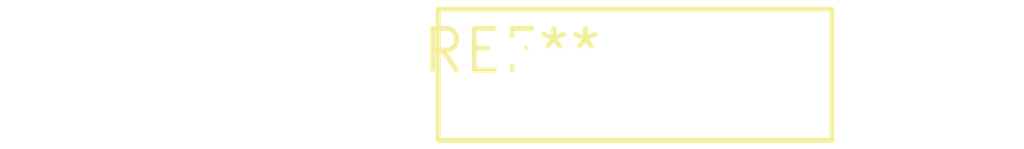
<source format=kicad_pcb>
(kicad_pcb (version 20240108) (generator pcbnew)
  (layers (0 "F.Cu" signal) (31 "B.Cu" signal) (34 "B.Paste" user) (35 "F.Paste" user) (36 "B.SilkS" user "B.Silkscreen") (37 "F.SilkS" user "F.Silkscreen") (38 "B.Mask" user) (39 "F.Mask" user) (44 "Edge.Cuts" user))
  (net 0 "")
  (footprint "RV_Disc_D12mm_W4mm_P7.5mm" (layer "F.Cu") (at 0 0)
    (property "Reference" "REF**")
    (property "Value" "RV_Disc_D12mm_W4mm_P7.5mm")
    (fp_line (start -2.25 -1.275) (end -2.25 2.725) (layer "F.SilkS") (stroke (width 0.15)))
    (fp_line (start -2.25 -1.275) (end 9.75 -1.275) (layer "F.SilkS") (stroke (width 0.15)))
    (fp_line (start -2.25 2.725) (end 9.75 2.725) (layer "F.SilkS") (stroke (width 0.15)))
    (fp_line (start 9.75 -1.275) (end 9.75 2.725) (layer "F.SilkS") (stroke (width 0.15)))
    (pad "1" thru_hole circle (at 0 0) (size 1.8 1.8) (drill 0.8) (layers *.Cu *.Mask) (remove_unused_layers))
    (pad "2" thru_hole circle (at 7.5 1.45) (size 1.8 1.8) (drill 0.8) (layers *.Cu *.Mask) (remove_unused_layers))
  )
)
</source>
